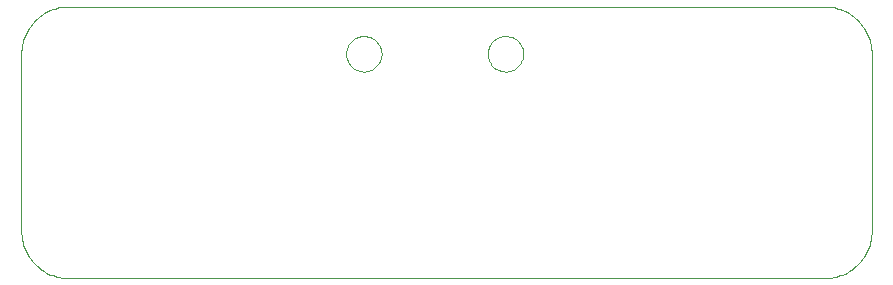
<source format=gko>
G75*
G70*
%OFA0B0*%
%FSLAX24Y24*%
%IPPOS*%
%LPD*%
%AMOC8*
5,1,8,0,0,1.08239X$1,22.5*
%
%ADD10C,0.0000*%
D10*
X018011Y001676D02*
X018011Y007581D01*
X018013Y007658D01*
X018019Y007735D01*
X018028Y007812D01*
X018041Y007888D01*
X018058Y007964D01*
X018079Y008038D01*
X018103Y008112D01*
X018131Y008184D01*
X018162Y008254D01*
X018197Y008323D01*
X018235Y008391D01*
X018276Y008456D01*
X018321Y008519D01*
X018369Y008580D01*
X018419Y008639D01*
X018472Y008695D01*
X018528Y008748D01*
X018587Y008798D01*
X018648Y008846D01*
X018711Y008891D01*
X018776Y008932D01*
X018844Y008970D01*
X018913Y009005D01*
X018983Y009036D01*
X019055Y009064D01*
X019129Y009088D01*
X019203Y009109D01*
X019279Y009126D01*
X019355Y009139D01*
X019432Y009148D01*
X019509Y009154D01*
X019586Y009156D01*
X044782Y009156D01*
X044859Y009154D01*
X044936Y009148D01*
X045013Y009139D01*
X045089Y009126D01*
X045165Y009109D01*
X045239Y009088D01*
X045313Y009064D01*
X045385Y009036D01*
X045455Y009005D01*
X045524Y008970D01*
X045592Y008932D01*
X045657Y008891D01*
X045720Y008846D01*
X045781Y008798D01*
X045840Y008748D01*
X045896Y008695D01*
X045949Y008639D01*
X045999Y008580D01*
X046047Y008519D01*
X046092Y008456D01*
X046133Y008391D01*
X046171Y008323D01*
X046206Y008254D01*
X046237Y008184D01*
X046265Y008112D01*
X046289Y008038D01*
X046310Y007964D01*
X046327Y007888D01*
X046340Y007812D01*
X046349Y007735D01*
X046355Y007658D01*
X046357Y007581D01*
X046357Y001676D01*
X046355Y001599D01*
X046349Y001522D01*
X046340Y001445D01*
X046327Y001369D01*
X046310Y001293D01*
X046289Y001219D01*
X046265Y001145D01*
X046237Y001073D01*
X046206Y001003D01*
X046171Y000934D01*
X046133Y000866D01*
X046092Y000801D01*
X046047Y000738D01*
X045999Y000677D01*
X045949Y000618D01*
X045896Y000562D01*
X045840Y000509D01*
X045781Y000459D01*
X045720Y000411D01*
X045657Y000366D01*
X045592Y000325D01*
X045524Y000287D01*
X045455Y000252D01*
X045385Y000221D01*
X045313Y000193D01*
X045239Y000169D01*
X045165Y000148D01*
X045089Y000131D01*
X045013Y000118D01*
X044936Y000109D01*
X044859Y000103D01*
X044782Y000101D01*
X019586Y000101D01*
X019509Y000103D01*
X019432Y000109D01*
X019355Y000118D01*
X019279Y000131D01*
X019203Y000148D01*
X019129Y000169D01*
X019055Y000193D01*
X018983Y000221D01*
X018913Y000252D01*
X018844Y000287D01*
X018776Y000325D01*
X018711Y000366D01*
X018648Y000411D01*
X018587Y000459D01*
X018528Y000509D01*
X018472Y000562D01*
X018419Y000618D01*
X018369Y000677D01*
X018321Y000738D01*
X018276Y000801D01*
X018235Y000866D01*
X018197Y000934D01*
X018162Y001003D01*
X018131Y001073D01*
X018103Y001145D01*
X018079Y001219D01*
X018058Y001293D01*
X018041Y001369D01*
X018028Y001445D01*
X018019Y001522D01*
X018013Y001599D01*
X018011Y001676D01*
X028837Y007581D02*
X028839Y007629D01*
X028845Y007677D01*
X028855Y007724D01*
X028868Y007770D01*
X028886Y007815D01*
X028906Y007859D01*
X028931Y007901D01*
X028959Y007940D01*
X028989Y007977D01*
X029023Y008011D01*
X029060Y008043D01*
X029098Y008072D01*
X029139Y008097D01*
X029182Y008119D01*
X029227Y008137D01*
X029273Y008151D01*
X029320Y008162D01*
X029368Y008169D01*
X029416Y008172D01*
X029464Y008171D01*
X029512Y008166D01*
X029560Y008157D01*
X029606Y008145D01*
X029651Y008128D01*
X029695Y008108D01*
X029737Y008085D01*
X029777Y008058D01*
X029815Y008028D01*
X029850Y007995D01*
X029882Y007959D01*
X029912Y007921D01*
X029938Y007880D01*
X029960Y007837D01*
X029980Y007793D01*
X029995Y007748D01*
X030007Y007701D01*
X030015Y007653D01*
X030019Y007605D01*
X030019Y007557D01*
X030015Y007509D01*
X030007Y007461D01*
X029995Y007414D01*
X029980Y007369D01*
X029960Y007325D01*
X029938Y007282D01*
X029912Y007241D01*
X029882Y007203D01*
X029850Y007167D01*
X029815Y007134D01*
X029777Y007104D01*
X029737Y007077D01*
X029695Y007054D01*
X029651Y007034D01*
X029606Y007017D01*
X029560Y007005D01*
X029512Y006996D01*
X029464Y006991D01*
X029416Y006990D01*
X029368Y006993D01*
X029320Y007000D01*
X029273Y007011D01*
X029227Y007025D01*
X029182Y007043D01*
X029139Y007065D01*
X029098Y007090D01*
X029060Y007119D01*
X029023Y007151D01*
X028989Y007185D01*
X028959Y007222D01*
X028931Y007261D01*
X028906Y007303D01*
X028886Y007347D01*
X028868Y007392D01*
X028855Y007438D01*
X028845Y007485D01*
X028839Y007533D01*
X028837Y007581D01*
X033561Y007581D02*
X033563Y007629D01*
X033569Y007677D01*
X033579Y007724D01*
X033592Y007770D01*
X033610Y007815D01*
X033630Y007859D01*
X033655Y007901D01*
X033683Y007940D01*
X033713Y007977D01*
X033747Y008011D01*
X033784Y008043D01*
X033822Y008072D01*
X033863Y008097D01*
X033906Y008119D01*
X033951Y008137D01*
X033997Y008151D01*
X034044Y008162D01*
X034092Y008169D01*
X034140Y008172D01*
X034188Y008171D01*
X034236Y008166D01*
X034284Y008157D01*
X034330Y008145D01*
X034375Y008128D01*
X034419Y008108D01*
X034461Y008085D01*
X034501Y008058D01*
X034539Y008028D01*
X034574Y007995D01*
X034606Y007959D01*
X034636Y007921D01*
X034662Y007880D01*
X034684Y007837D01*
X034704Y007793D01*
X034719Y007748D01*
X034731Y007701D01*
X034739Y007653D01*
X034743Y007605D01*
X034743Y007557D01*
X034739Y007509D01*
X034731Y007461D01*
X034719Y007414D01*
X034704Y007369D01*
X034684Y007325D01*
X034662Y007282D01*
X034636Y007241D01*
X034606Y007203D01*
X034574Y007167D01*
X034539Y007134D01*
X034501Y007104D01*
X034461Y007077D01*
X034419Y007054D01*
X034375Y007034D01*
X034330Y007017D01*
X034284Y007005D01*
X034236Y006996D01*
X034188Y006991D01*
X034140Y006990D01*
X034092Y006993D01*
X034044Y007000D01*
X033997Y007011D01*
X033951Y007025D01*
X033906Y007043D01*
X033863Y007065D01*
X033822Y007090D01*
X033784Y007119D01*
X033747Y007151D01*
X033713Y007185D01*
X033683Y007222D01*
X033655Y007261D01*
X033630Y007303D01*
X033610Y007347D01*
X033592Y007392D01*
X033579Y007438D01*
X033569Y007485D01*
X033563Y007533D01*
X033561Y007581D01*
M02*

</source>
